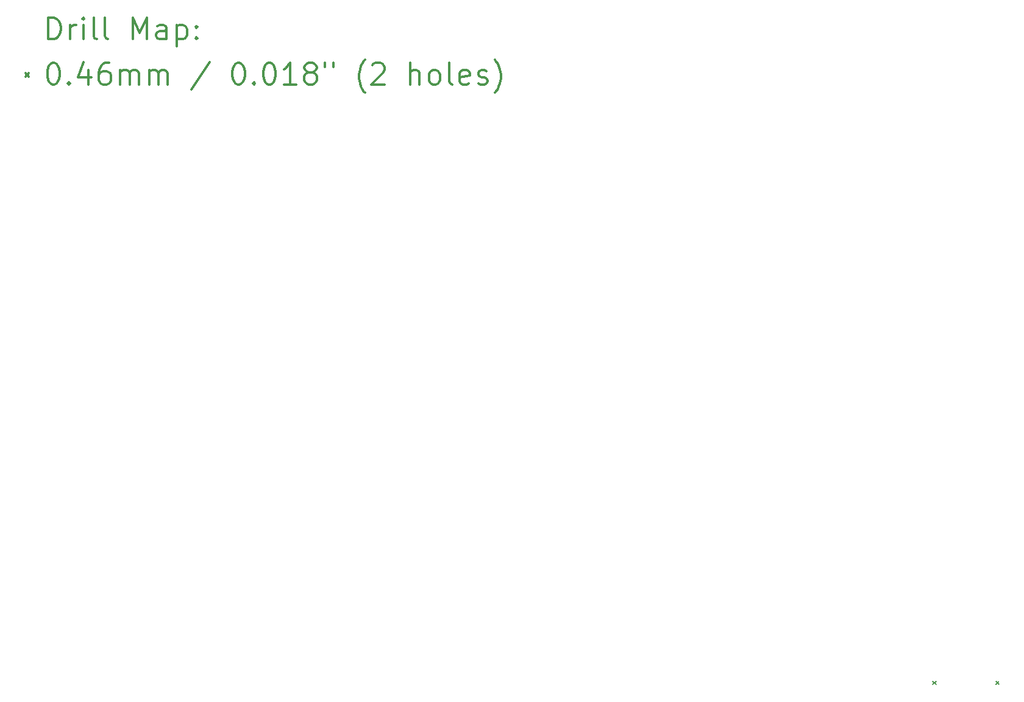
<source format=gbr>
%FSLAX45Y45*%
G04 Gerber Fmt 4.5, Leading zero omitted, Abs format (unit mm)*
G04 Created by KiCad (PCBNEW 4.0.5) date 02/22/17 14:21:11*
%MOMM*%
%LPD*%
G01*
G04 APERTURE LIST*
%ADD10C,0.127000*%
%ADD11C,0.200000*%
%ADD12C,0.300000*%
G04 APERTURE END LIST*
D10*
D11*
X1253500Y703000D02*
X1299500Y657000D01*
X1299500Y703000D02*
X1253500Y657000D01*
X2129500Y703000D02*
X2175500Y657000D01*
X2175500Y703000D02*
X2129500Y657000D01*
D12*
X-11031571Y9630786D02*
X-11031571Y9930786D01*
X-10960143Y9930786D01*
X-10917286Y9916500D01*
X-10888714Y9887929D01*
X-10874429Y9859357D01*
X-10860143Y9802214D01*
X-10860143Y9759357D01*
X-10874429Y9702214D01*
X-10888714Y9673643D01*
X-10917286Y9645071D01*
X-10960143Y9630786D01*
X-11031571Y9630786D01*
X-10731571Y9630786D02*
X-10731571Y9830786D01*
X-10731571Y9773643D02*
X-10717286Y9802214D01*
X-10703000Y9816500D01*
X-10674429Y9830786D01*
X-10645857Y9830786D01*
X-10545857Y9630786D02*
X-10545857Y9830786D01*
X-10545857Y9930786D02*
X-10560143Y9916500D01*
X-10545857Y9902214D01*
X-10531571Y9916500D01*
X-10545857Y9930786D01*
X-10545857Y9902214D01*
X-10360143Y9630786D02*
X-10388714Y9645071D01*
X-10403000Y9673643D01*
X-10403000Y9930786D01*
X-10203000Y9630786D02*
X-10231571Y9645071D01*
X-10245857Y9673643D01*
X-10245857Y9930786D01*
X-9860143Y9630786D02*
X-9860143Y9930786D01*
X-9760143Y9716500D01*
X-9660143Y9930786D01*
X-9660143Y9630786D01*
X-9388714Y9630786D02*
X-9388714Y9787929D01*
X-9403000Y9816500D01*
X-9431571Y9830786D01*
X-9488714Y9830786D01*
X-9517286Y9816500D01*
X-9388714Y9645071D02*
X-9417286Y9630786D01*
X-9488714Y9630786D01*
X-9517286Y9645071D01*
X-9531571Y9673643D01*
X-9531571Y9702214D01*
X-9517286Y9730786D01*
X-9488714Y9745071D01*
X-9417286Y9745071D01*
X-9388714Y9759357D01*
X-9245857Y9830786D02*
X-9245857Y9530786D01*
X-9245857Y9816500D02*
X-9217286Y9830786D01*
X-9160143Y9830786D01*
X-9131571Y9816500D01*
X-9117286Y9802214D01*
X-9103000Y9773643D01*
X-9103000Y9687929D01*
X-9117286Y9659357D01*
X-9131571Y9645071D01*
X-9160143Y9630786D01*
X-9217286Y9630786D01*
X-9245857Y9645071D01*
X-8974429Y9659357D02*
X-8960143Y9645071D01*
X-8974429Y9630786D01*
X-8988714Y9645071D01*
X-8974429Y9659357D01*
X-8974429Y9630786D01*
X-8974429Y9816500D02*
X-8960143Y9802214D01*
X-8974429Y9787929D01*
X-8988714Y9802214D01*
X-8974429Y9816500D01*
X-8974429Y9787929D01*
X-11349000Y9159500D02*
X-11303000Y9113500D01*
X-11303000Y9159500D02*
X-11349000Y9113500D01*
X-10974429Y9300786D02*
X-10945857Y9300786D01*
X-10917286Y9286500D01*
X-10903000Y9272214D01*
X-10888714Y9243643D01*
X-10874429Y9186500D01*
X-10874429Y9115071D01*
X-10888714Y9057929D01*
X-10903000Y9029357D01*
X-10917286Y9015071D01*
X-10945857Y9000786D01*
X-10974429Y9000786D01*
X-11003000Y9015071D01*
X-11017286Y9029357D01*
X-11031571Y9057929D01*
X-11045857Y9115071D01*
X-11045857Y9186500D01*
X-11031571Y9243643D01*
X-11017286Y9272214D01*
X-11003000Y9286500D01*
X-10974429Y9300786D01*
X-10745857Y9029357D02*
X-10731571Y9015071D01*
X-10745857Y9000786D01*
X-10760143Y9015071D01*
X-10745857Y9029357D01*
X-10745857Y9000786D01*
X-10474429Y9200786D02*
X-10474429Y9000786D01*
X-10545857Y9315071D02*
X-10617286Y9100786D01*
X-10431572Y9100786D01*
X-10188714Y9300786D02*
X-10245857Y9300786D01*
X-10274429Y9286500D01*
X-10288714Y9272214D01*
X-10317286Y9229357D01*
X-10331571Y9172214D01*
X-10331571Y9057929D01*
X-10317286Y9029357D01*
X-10303000Y9015071D01*
X-10274429Y9000786D01*
X-10217286Y9000786D01*
X-10188714Y9015071D01*
X-10174429Y9029357D01*
X-10160143Y9057929D01*
X-10160143Y9129357D01*
X-10174429Y9157929D01*
X-10188714Y9172214D01*
X-10217286Y9186500D01*
X-10274429Y9186500D01*
X-10303000Y9172214D01*
X-10317286Y9157929D01*
X-10331571Y9129357D01*
X-10031571Y9000786D02*
X-10031571Y9200786D01*
X-10031571Y9172214D02*
X-10017286Y9186500D01*
X-9988714Y9200786D01*
X-9945857Y9200786D01*
X-9917286Y9186500D01*
X-9903000Y9157929D01*
X-9903000Y9000786D01*
X-9903000Y9157929D02*
X-9888714Y9186500D01*
X-9860143Y9200786D01*
X-9817286Y9200786D01*
X-9788714Y9186500D01*
X-9774429Y9157929D01*
X-9774429Y9000786D01*
X-9631571Y9000786D02*
X-9631571Y9200786D01*
X-9631571Y9172214D02*
X-9617286Y9186500D01*
X-9588714Y9200786D01*
X-9545857Y9200786D01*
X-9517286Y9186500D01*
X-9503000Y9157929D01*
X-9503000Y9000786D01*
X-9503000Y9157929D02*
X-9488714Y9186500D01*
X-9460143Y9200786D01*
X-9417286Y9200786D01*
X-9388714Y9186500D01*
X-9374429Y9157929D01*
X-9374429Y9000786D01*
X-8788714Y9315071D02*
X-9045857Y8929357D01*
X-8403000Y9300786D02*
X-8374429Y9300786D01*
X-8345857Y9286500D01*
X-8331571Y9272214D01*
X-8317286Y9243643D01*
X-8303000Y9186500D01*
X-8303000Y9115071D01*
X-8317286Y9057929D01*
X-8331571Y9029357D01*
X-8345857Y9015071D01*
X-8374429Y9000786D01*
X-8403000Y9000786D01*
X-8431572Y9015071D01*
X-8445857Y9029357D01*
X-8460143Y9057929D01*
X-8474429Y9115071D01*
X-8474429Y9186500D01*
X-8460143Y9243643D01*
X-8445857Y9272214D01*
X-8431572Y9286500D01*
X-8403000Y9300786D01*
X-8174429Y9029357D02*
X-8160143Y9015071D01*
X-8174429Y9000786D01*
X-8188714Y9015071D01*
X-8174429Y9029357D01*
X-8174429Y9000786D01*
X-7974429Y9300786D02*
X-7945857Y9300786D01*
X-7917286Y9286500D01*
X-7903000Y9272214D01*
X-7888714Y9243643D01*
X-7874429Y9186500D01*
X-7874429Y9115071D01*
X-7888714Y9057929D01*
X-7903000Y9029357D01*
X-7917286Y9015071D01*
X-7945857Y9000786D01*
X-7974429Y9000786D01*
X-8003000Y9015071D01*
X-8017286Y9029357D01*
X-8031571Y9057929D01*
X-8045857Y9115071D01*
X-8045857Y9186500D01*
X-8031571Y9243643D01*
X-8017286Y9272214D01*
X-8003000Y9286500D01*
X-7974429Y9300786D01*
X-7588714Y9000786D02*
X-7760143Y9000786D01*
X-7674429Y9000786D02*
X-7674429Y9300786D01*
X-7703000Y9257929D01*
X-7731571Y9229357D01*
X-7760143Y9215071D01*
X-7417286Y9172214D02*
X-7445857Y9186500D01*
X-7460143Y9200786D01*
X-7474429Y9229357D01*
X-7474429Y9243643D01*
X-7460143Y9272214D01*
X-7445857Y9286500D01*
X-7417286Y9300786D01*
X-7360143Y9300786D01*
X-7331571Y9286500D01*
X-7317286Y9272214D01*
X-7303000Y9243643D01*
X-7303000Y9229357D01*
X-7317286Y9200786D01*
X-7331571Y9186500D01*
X-7360143Y9172214D01*
X-7417286Y9172214D01*
X-7445857Y9157929D01*
X-7460143Y9143643D01*
X-7474429Y9115071D01*
X-7474429Y9057929D01*
X-7460143Y9029357D01*
X-7445857Y9015071D01*
X-7417286Y9000786D01*
X-7360143Y9000786D01*
X-7331571Y9015071D01*
X-7317286Y9029357D01*
X-7303000Y9057929D01*
X-7303000Y9115071D01*
X-7317286Y9143643D01*
X-7331571Y9157929D01*
X-7360143Y9172214D01*
X-7188714Y9300786D02*
X-7188714Y9243643D01*
X-7074429Y9300786D02*
X-7074429Y9243643D01*
X-6631571Y8886500D02*
X-6645857Y8900786D01*
X-6674429Y8943643D01*
X-6688714Y8972214D01*
X-6703000Y9015071D01*
X-6717286Y9086500D01*
X-6717286Y9143643D01*
X-6703000Y9215071D01*
X-6688714Y9257929D01*
X-6674429Y9286500D01*
X-6645857Y9329357D01*
X-6631571Y9343643D01*
X-6531571Y9272214D02*
X-6517286Y9286500D01*
X-6488714Y9300786D01*
X-6417286Y9300786D01*
X-6388714Y9286500D01*
X-6374429Y9272214D01*
X-6360143Y9243643D01*
X-6360143Y9215071D01*
X-6374429Y9172214D01*
X-6545857Y9000786D01*
X-6360143Y9000786D01*
X-6003000Y9000786D02*
X-6003000Y9300786D01*
X-5874429Y9000786D02*
X-5874429Y9157929D01*
X-5888714Y9186500D01*
X-5917286Y9200786D01*
X-5960143Y9200786D01*
X-5988714Y9186500D01*
X-6003000Y9172214D01*
X-5688714Y9000786D02*
X-5717286Y9015071D01*
X-5731571Y9029357D01*
X-5745857Y9057929D01*
X-5745857Y9143643D01*
X-5731571Y9172214D01*
X-5717286Y9186500D01*
X-5688714Y9200786D01*
X-5645857Y9200786D01*
X-5617286Y9186500D01*
X-5603000Y9172214D01*
X-5588714Y9143643D01*
X-5588714Y9057929D01*
X-5603000Y9029357D01*
X-5617286Y9015071D01*
X-5645857Y9000786D01*
X-5688714Y9000786D01*
X-5417286Y9000786D02*
X-5445857Y9015071D01*
X-5460143Y9043643D01*
X-5460143Y9300786D01*
X-5188714Y9015071D02*
X-5217286Y9000786D01*
X-5274429Y9000786D01*
X-5303000Y9015071D01*
X-5317286Y9043643D01*
X-5317286Y9157929D01*
X-5303000Y9186500D01*
X-5274429Y9200786D01*
X-5217286Y9200786D01*
X-5188714Y9186500D01*
X-5174429Y9157929D01*
X-5174429Y9129357D01*
X-5317286Y9100786D01*
X-5060143Y9015071D02*
X-5031571Y9000786D01*
X-4974429Y9000786D01*
X-4945857Y9015071D01*
X-4931571Y9043643D01*
X-4931571Y9057929D01*
X-4945857Y9086500D01*
X-4974429Y9100786D01*
X-5017286Y9100786D01*
X-5045857Y9115071D01*
X-5060143Y9143643D01*
X-5060143Y9157929D01*
X-5045857Y9186500D01*
X-5017286Y9200786D01*
X-4974429Y9200786D01*
X-4945857Y9186500D01*
X-4831572Y8886500D02*
X-4817286Y8900786D01*
X-4788714Y8943643D01*
X-4774429Y8972214D01*
X-4760143Y9015071D01*
X-4745857Y9086500D01*
X-4745857Y9143643D01*
X-4760143Y9215071D01*
X-4774429Y9257929D01*
X-4788714Y9286500D01*
X-4817286Y9329357D01*
X-4831572Y9343643D01*
M02*

</source>
